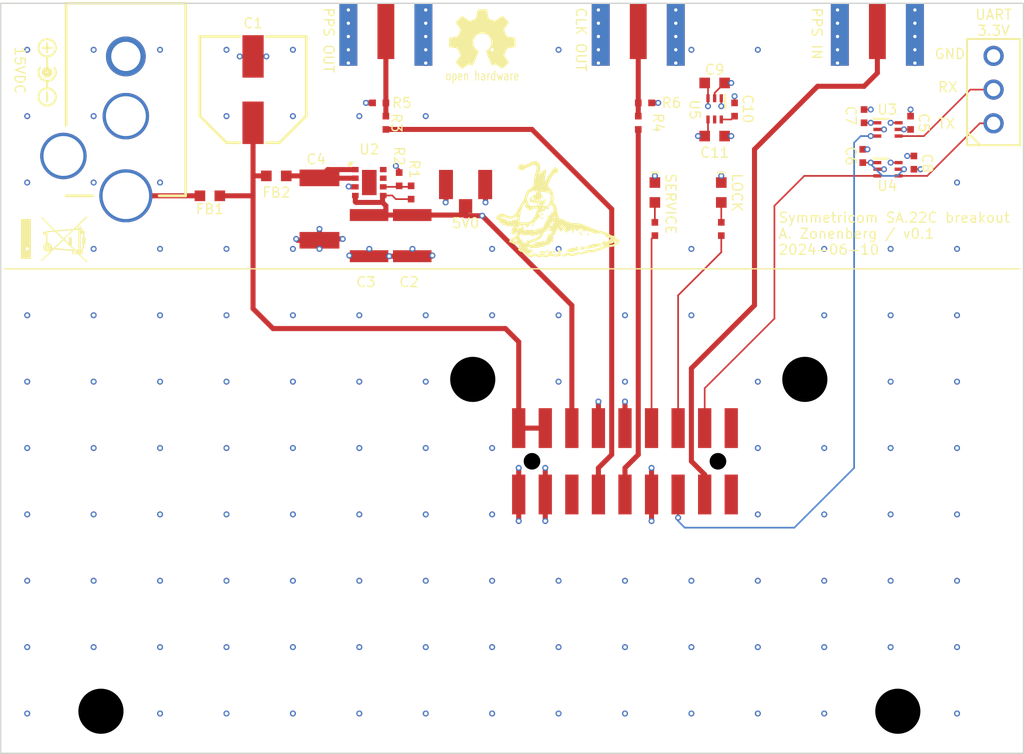
<source format=kicad_pcb>
(kicad_pcb (version 20240108) (generator "pcbnew") (generator_version "8.0")
  (layers (0 "F.Cu" signal) (1 "In1.Cu" signal) (2 "In2.Cu" signal) (31 "B.Cu" signal) (34 "B.Paste" user) (35 "F.Paste" user) (36 "B.SilkS" user "B.Silkscreen") (37 "F.SilkS" user "F.Silkscreen") (38 "B.Mask" user) (39 "F.Mask" user) (44 "Edge.Cuts" user))
  (net 0 "")
  (net 1 "/GND")
  (net 2 "/15V0")
  (net 3 "/3V3")
  (net 4 "/5V0")
  (net 5 "Net-(U5-BYP)")
  (net 6 "Net-(D1-A)")
  (net 7 "Net-(D2-A)")
  (net 8 "Net-(J1-PWR)")
  (net 10 "/CLKOUT")
  (net 11 "/PPS")
  (net 12 "/PPS_IN")
  (net 13 "/UART_RX_3V3")
  (net 14 "/UART_TX_3V3")
  (net 15 "/5V0_FB")
  (net 16 "Net-(U1-PPS)")
  (net 17 "Net-(U1-RFOUT)")
  (net 18 "/LOCK")
  (net 19 "/SERVICE")
  (net 20 "/UART_RX_5V0")
  (net 21 "/UART_TX_5V0")
  (net 26 "/15V0_F")
  (footprint "azonenberg_pcb:CONN_HEADER_2.54MM_1x3" (layer "F.Cu") (at 157.75 43 90)
    (property "Reference" "J5" (hide yes))
    (property "Value" "CONN_01X03" (hide yes))
  )
  (footprint "azonenberg_pcb:EIA_0603_CAP_NOSILK" (layer "F.Cu") (at 136.75 46.5)
    (property "Reference" "C11")
    (property "Value" "4.7 uF" (hide yes))
  )
  (footprint "azonenberg_pcb:DFN_6_0.5MM_1.6x1.6MM_TI_DPK" (layer "F.Cu") (at 136.75 44.45 180)
    (property "Reference" "U5")
    (property "Value" "MIC5353" (hide yes))
  )
  (footprint "azonenberg_pcb:EIA_0402_CAP_NOSILK" (layer "F.Cu") (at 151.5 45.5 -90)
    (property "Reference" "C5")
    (property "Value" "0.47 uF" (hide yes))
  )
  (footprint "azonenberg_pcb:EIA_0402_CAP_NOSILK" (layer "F.Cu") (at 147.9 48 90)
    (property "Reference" "C6")
    (property "Value" "0.47 uF" (hide yes))
  )
  (footprint "azonenberg_pcb:EIA_0402_RES_NOSILK" (layer "F.Cu") (at 137.25 53.5 90)
    (property "Reference" "R7" (hide yes))
    (property "Value" "470" (hide yes))
  )
  (footprint "azonenberg_pcb:EIA_0402_RES_NOSILK" (layer "F.Cu") (at 131 45.5 90)
    (property "Reference" "R4")
    (property "Value" "49.9" (hide yes))
  )
  (footprint "azonenberg_pcb:CONN_HEADER_2MM_2x9_SMT" (layer "F.Cu") (at 130 71)
    (property "Reference" "U1" (hide yes))
    (property "Value" "SA22C" (hide yes))
  )
  (footprint "azonenberg_pcb:EIA_0402_RES_NOSILK" (layer "F.Cu") (at 113.9 50.75 90)
    (property "Reference" "R1")
    (property "Value" "174k" (hide yes))
  )
  (footprint "azonenberg_pcb:EIA_0402_CAP_NOSILK" (layer "F.Cu") (at 138.25 44.5 90)
    (property "Reference" "C10")
    (property "Value" "0.47 uF" (hide yes))
  )
  (footprint "azonenberg_pcb:LONGTHING-1200DPI" (layer "F.Cu") (at 125.5 52.379721)
    (property "Reference" "M5" (hide yes))
    (property "Value" "LOGO" (hide yes))
  )
  (footprint "azonenberg_pcb:EIA_0402_RES_NOSILK" (layer "F.Cu") (at 111.5 44 180)
    (property "Reference" "R5")
    (property "Value" "DNP" (hide yes))
  )
  (footprint "azonenberg_pcb:CONN_U.FL_TE_1909763-1" (layer "F.Cu") (at 118 50.25)
    (property "Reference" "TP1" (hide yes))
    (property "Value" "U.FL" (hide yes))
  )
  (footprint "azonenberg_pcb:EIA_0402_RES_NOSILK" (layer "F.Cu") (at 112 45.499999 90)
    (property "Reference" "R3")
    (property "Value" "49.9" (hide yes))
  )
  (footprint "azonenberg_pcb:EIA_0402_RES_NOSILK" (layer "F.Cu") (at 131.5 44)
    (property "Reference" "R6")
    (property "Value" "DNP" (hide yes))
  )
  (footprint "azonenberg_pcb:EIA_1210_CAP_NOSILK" (layer "F.Cu") (at 114 54 -90)
    (property "Reference" "C2")
    (property "Value" "22 uF" (hide yes))
  )
  (footprint "azonenberg_pcb:EIA_1210_CAP_NOSILK" (layer "F.Cu") (at 110.75 54 -90)
    (property "Reference" "C3")
    (property "Value" "22 uF" (hide yes))
  )
  (footprint "azonenberg_pcb:CONN_SMA_EDGE_SAMTEC_SMA_J_P_H_ST_EM1" (layer "F.Cu") (at 131 36.5 180)
    (property "Reference" "J2" (hide yes))
    (property "Value" "SMA" (hide yes))
  )
  (footprint "azonenberg_pcb:CONN_SMA_EDGE_SAMTEC_SMA_J_P_H_ST_EM1" (layer "F.Cu") (at 112 36.5 180)
    (property "Reference" "J3" (hide yes))
    (property "Value" "SMA" (hide yes))
  )
  (footprint "azonenberg_pcb:CAP_AL_6.3MM_SMT" (layer "F.Cu") (at 102 43 180)
    (property "Reference" "C1")
    (property "Value" "25SVPF47M" (hide yes))
  )
  (footprint "azonenberg_pcb:EIA_0603_INDUCTOR_NOSILK" (layer "F.Cu") (at 103.75 49.5)
    (property "Reference" "FB2")
    (property "Value" "MI0603J601R-10" (hide yes))
  )
  (footprint "azonenberg_pcb:EIA_0603_LED" (layer "F.Cu") (at 137.25 50.75 -90)
    (property "Reference" "D1" (hide yes))
    (property "Value" "GREEN" (hide yes))
  )
  (footprint "azonenberg_pcb:DFN_6_0.5MM_1.6x1.6MM_TI_DPK" (layer "F.Cu") (at 149.8 49 -90)
    (property "Reference" "U4")
    (property "Value" "74LVC1T45" (hide yes))
  )
  (footprint "azonenberg_pcb:EIA_0402_RES_NOSILK" (layer "F.Cu") (at 113 49.75 90)
    (property "Reference" "R2")
    (property "Value" "27.4k" (hide yes))
  )
  (footprint "azonenberg_pcb:EIA_0402_CAP_NOSILK" (layer "F.Cu") (at 148 45 90)
    (property "Reference" "C7")
    (property "Value" "0.47 uF" (hide yes))
  )
  (footprint "w_logo:Logo_silk_WEEE_3.4x5mm" (layer "F.Cu") (at 87 54.25 -90)
    (property "Reference" "M7" (hide yes))
    (property "Value" "LOGO" (hide yes))
  )
  (footprint "azonenberg_pcb:DFN_6_0.5MM_1.6x1.6MM_TI_DPK" (layer "F.Cu") (at 149.8 46 -90)
    (property "Reference" "U3")
    (property "Value" "74LVC1T45" (hide yes))
  )
  (footprint "azonenberg_pcb:EIA_0402_CAP_NOSILK" (layer "F.Cu") (at 151.75 48.5 -90)
    (property "Reference" "C8")
    (property "Value" "0.47 uF" (hide yes))
  )
  (footprint "azonenberg_pcb:CONN_CUI_PJ-058BH_HIPWR_BARREL_NOSLOT" (layer "F.Cu") (at 92.425 44.500001 -90)
    (property "Reference" "J1" (hide yes))
    (property "Value" "BARREL_JACK" (hide yes))
  )
  (footprint "w_logo:Logo_silk_OSHW_6x6mm" (layer "F.Cu") (at 119.255 39.194565)
    (property "Reference" "M6" (hide yes))
    (property "Value" "LOGO" (hide yes))
  )
  (footprint "azonenberg_pcb:EIA_0603_LED" (layer "F.Cu") (at 132.25 50.75 -90)
    (property "Reference" "D2" (hide yes))
    (property "Value" "RED" (hide yes))
  )
  (footprint "azonenberg_pcb:CONN_SMA_EDGE_SAMTEC_SMA_J_P_H_ST_EM1" (layer "F.Cu") (at 149 36.5 180)
    (property "Reference" "J4" (hide yes))
    (property "Value" "SMA" (hide yes))
  )
  (footprint "azonenberg_pcb:EIA_0402_RES_NOSILK" (layer "F.Cu") (at 132.25 53.5 90)
    (property "Reference" "R8" (hide yes))
    (property "Value" "470" (hide yes))
  )
  (footprint "azonenberg_pcb:EIA_0603_CAP_NOSILK" (layer "F.Cu") (at 136.75 42.5)
    (property "Reference" "C9")
    (property "Value" "4.7 uF" (hide yes))
  )
  (footprint "azonenberg_pcb:EIA_1812_CAP_NOSILK" (layer "F.Cu") (at 107 52 -90)
    (property "Reference" "C4")
    (property "Value" "22 uF" (hide yes))
  )
  (footprint "w_logo:Logo_silk_polarity_center_5x1.4mm" (layer "F.Cu") (at 86.5 41.700001 90)
    (property "Reference" "M8" (hide yes))
    (property "Value" "LOGO" (hide yes))
  )
  (footprint "azonenberg_pcb:EIA_0603_INDUCTOR_NOSILK" (layer "F.Cu") (at 98.75 51)
    (property "Reference" "FB1")
    (property "Value" "MI0603J601R-10" (hide yes))
  )
  (footprint "azonenberg_pcb:MODULE_CYNTEC_MUN12AD03-SE" (layer "F.Cu") (at 110.75 50)
    (property "Reference" "U2")
    (property "Value" "MUN12AD03-SE" (hide yes))
  )
  (footprint "azonenberg_pcb:MECHANICAL_CLEARANCEHOLE_M3" (layer "B.Cu") (at 90.55 89.83 180)
    (property "Reference" "M1" (hide yes))
    (property "Value" "SCREWHOLE" (hide yes))
  )
  (footprint "azonenberg_pcb:MECHANICAL_CLEARANCEHOLE_M3" (layer "B.Cu") (at 143.54 64.83 135)
    (property "Reference" "M2" (hide yes))
    (property "Value" "SCREWHOLE" (hide yes))
  )
  (footprint "azonenberg_pcb:MECHANICAL_CLEARANCEHOLE_M3" (layer "B.Cu") (at 118.54 64.83 180)
    (property "Reference" "M3" (hide yes))
    (property "Value" "SCREWHOLE" (hide yes))
  )
  (footprint "azonenberg_pcb:MECHANICAL_CLEARANCEHOLE_M3" (layer "B.Cu") (at 150.54 89.83 135)
    (property "Reference" "M4" (hide yes))
    (property "Value" "SCREWHOLE" (hide yes))
  )
  (gr_line (start 83.25 56.5) (end 159.75 56.5) (stroke (width 0.1)) (layer "F.SilkS"))
  (gr_line (start 83 36.5) (end 83 93) (stroke (width 0.1)) (layer "Edge.Cuts"))
  (gr_line (start 160 36.5) (end 83 36.5) (stroke (width 0.1)) (layer "Edge.Cuts"))
  (gr_line (start 83 93) (end 160 93) (stroke (width 0.1)) (layer "Edge.Cuts"))
  (gr_line (start 160 93) (end 160 36.5) (stroke (width 0.1)) (layer "Edge.Cuts"))
  (gr_text "SERVICE" (at 133 49.25 270) (layer "F.SilkS") (effects (font (size 0.75 0.75) (thickness 0.1)) (justify left bottom)))
  (gr_text "TX" (at 153.5 46 0) (layer "F.SilkS") (effects (font (size 0.75 0.75) (thickness 0.1)) (justify left bottom)))
  (gr_text "Symmetricom SA.22C breakout\nA. Zonenberg / v0.1\n2024-06-10" (at 141.5 55.5 0) (layer "F.SilkS") (effects (font (size 0.75 0.75) (thickness 0.1)) (justify left bottom)))
  (gr_text "UART\n3.3V" (at 157.75 39 0) (layer "F.SilkS") (effects (font (size 0.75 0.75) (thickness 0.1)) (justify bottom)))
  (gr_text "LOCK" (at 138 49.25 270) (layer "F.SilkS") (effects (font (size 0.75 0.75) (thickness 0.1)) (justify left bottom)))
  (gr_text "PPS OUT" (at 107.25 36.75 270) (layer "F.SilkS") (effects (font (size 0.75 0.75) (thickness 0.1)) (justify left bottom)))
  (gr_text "RX" (at 153.5 43.25 0) (layer "F.SilkS") (effects (font (size 0.75 0.75) (thickness 0.1)) (justify left bottom)))
  (gr_text "PPS IN" (at 144 36.75 270) (layer "F.SilkS") (effects (font (size 0.75 0.75) (thickness 0.1)) (justify left bottom)))
  (gr_text "15VDC" (at 84 39.700001 -90) (layer "F.SilkS") (effects (font (size 0.75 0.75) (thickness 0.1)) (justify left bottom)))
  (gr_text "GND" (at 153.25 40.75 0) (layer "F.SilkS") (effects (font (size 0.75 0.75) (thickness 0.1)) (justify left bottom)))
  (gr_text "CLK OUT" (at 126.25 36.75 270) (layer "F.SilkS") (effects (font (size 0.75 0.75) (thickness 0.1)) (justify left bottom)))
  (gr_text "5V0" (at 118 53.5 0) (layer "F.SilkS") (effects (font (size 0.75 0.75) (thickness 0.1)) (justify bottom)))
  (segment (start 128 68.5) (end 128 66.5) (width 0.381) (layer "F.Cu") (net 1))
  (segment (start 130 68.5) (end 130 66.5) (width 0.381) (layer "F.Cu") (net 1))
  (segment (start 112.25 55.55) (end 113.985069 55.55) (width 0.381) (layer "F.Cu") (net 1))
  (segment (start 115.45 55.55) (end 115.5 55.5) (width 0.381) (layer "F.Cu") (net 1))
  (segment (start 116.525 51.475) (end 116.5 51.5) (width 0.381) (layer "F.Cu") (net 1))
  (segment (start 136.75 43.650001) (end 136.75 43.25) (width 0.125) (layer "F.Cu") (net 1))
  (segment (start 110.735069 55.55) (end 109.3 55.55) (width 0.381) (layer "F.Cu") (net 1))
  (segment (start 132 75.5) (end 132 73.5) (width 0.381) (layer "F.Cu") (net 1))
  (segment (start 132 44) (end 132.5 44) (width 0.381) (layer "F.Cu") (net 1))
  (segment (start 110.735069 55.55) (end 110.735069 55.014931) (width 0.381) (layer "F.Cu") (net 1))
  (segment (start 105.35 54.35) (end 105.25 54.25) (width 0.381) (layer "F.Cu") (net 1))
  (segment (start 111.000001 44) (end 110.5 44) (width 0.381) (layer "F.Cu") (net 1))
  (segment (start 148.499999 44.500001) (end 148.5 44.5) (width 0.125) (layer "F.Cu") (net 1))
  (segment (start 116.525 50.15) (end 116.525 51.475) (width 0.381) (layer "F.Cu") (net 1))
  (segment (start 149.000001 49) (end 149.5 49) (width 0.125) (layer "F.Cu") (net 1))
  (segment (start 113.985069 55.55) (end 115.45 55.55) (width 0.381) (layer "F.Cu") (net 1))
  (segment (start 132 73.5) (end 132 71.5) (width 0.381) (layer "F.Cu") (net 1))
  (segment (start 136.75 43.25) (end 137.5 42.5) (width 0.125) (layer "F.Cu") (net 1))
  (segment (start 107 54.35) (end 107 53.5) (width 0.381) (layer "F.Cu") (net 1))
  (segment (start 152.249999 48.999999) (end 152.25 49) (width 0.125) (layer "F.Cu") (net 1))
  (segment (start 150.599999 46) (end 151 46) (width 0.125) (layer "F.Cu") (net 1))
  (segment (start 151.5 45.999999) (end 151.000001 45.999999) (width 0.125) (layer "F.Cu") (net 1))
  (segment (start 148.249999 47.500001) (end 148.25 47.5) (width 0.125) (layer "F.Cu") (net 1))
  (segment (start 119.5 51.5) (end 119.5 50.175) (width 0.381) (layer "F.Cu") (net 1))
  (segment (start 151.000001 45.999999) (end 151 46) (width 0.125) (layer "F.Cu") (net 1))
  (segment (start 113.985069 55.55) (end 113.985069 55.014931) (width 0.381) (layer "F.Cu") (net 1))
  (segment (start 101 40.5) (end 102 40.5) (width 0.125) (layer "F.Cu") (net 1))
  (segment (start 132.25 50) (end 132.25 49.5) (width 0.125) (layer "F.Cu") (net 1))
  (segment (start 108.75 54.25) (end 107.1 54.25) (width 0.381) (layer "F.Cu") (net 1))
  (segment (start 149.000001 46) (end 149.5 46) (width 0.125) (layer "F.Cu") (net 1))
  (segment (start 109.7 50.325) (end 109.225 50.325) (width 0.381) (layer "F.Cu") (net 1))
  (segment (start 151.75 48.999999) (end 152.249999 48.999999) (width 0.125) (layer "F.Cu") (net 1))
  (segment (start 102 40.5) (end 103 40.5) (width 0.125) (layer "F.Cu") (net 1))
  (segment (start 147.9 47.500001) (end 148.249999 47.500001) (width 0.125) (layer "F.Cu") (net 1))
  (segment (start 122 73.5) (end 122 75.5) (width 0.381) (layer "F.Cu") (net 1))
  (segment (start 107 54.35) (end 105.35 54.35) (width 0.381) (layer "F.Cu") (net 1))
  (segment (start 137.5 42.5) (end 138 42.5) (width 0.125) (layer "F.Cu") (net 1))
  (segment (start 124 71.5) (end 124 73.5) (width 0.381) (layer "F.Cu") (net 1))
  (segment (start 110.735069 55.55) (end 112.25 55.55) (width 0.381) (layer "F.Cu") (net 1))
  (segment (start 107 54.35) (end 107 55) (width 0.381) (layer "F.Cu") (net 1))
  (segment (start 109.3 55.55) (end 109.25 55.5) (width 0.381) (layer "F.Cu") (net 1))
  (segment (start 110.735069 55.014931) (end 110.75 55) (width 0.381) (layer "F.Cu") (net 1))
  (segment (start 137.25 50) (end 137.25 49.5) (width 0.125) (layer "F.Cu") (net 1))
  (segment (start 113.985069 55.014931) (end 114 55) (width 0.381) (layer "F.Cu") (net 1))
  (segment (start 148 44.500001) (end 148.499999 44.500001) (width 0.125) (layer "F.Cu") (net 1))
  (segment (start 113 49.250001) (end 113 49) (width 0.125) (layer "F.Cu") (net 1))
  (segment (start 122 73.5) (end 122 71.5) (width 0.381) (layer "F.Cu") (net 1))
  (segment (start 109.225 50.325) (end 109.2 50.3) (width 0.381) (layer "F.Cu") (net 1))
  (segment (start 137.5 46.5) (end 138 46.5) (width 0.125) (layer "F.Cu") (net 1))
  (segment (start 124 75.5) (end 124 73.5) (width 0.381) (layer "F.Cu") (net 1))
  (segment (start 138.25 44.000001) (end 138.25 43.5) (width 0.125) (layer "F.Cu") (net 1))
  (segment (start 113 49) (end 112.75 48.75) (width 0.125) (layer "F.Cu") (net 1))
  (via (at 145 80) (size 0.45) (drill 0.25) (layers "F.Cu" "B.Cu") (net 1))
  (via (at 110.5 44) (size 0.45) (drill 0.25) (layers "F.Cu" "B.Cu") (net 1))
  (via (at 155 70) (size 0.45) (drill 0.25) (layers "F.Cu" "B.Cu") (net 1))
  (via (at 125 90) (size 0.45) (drill 0.25) (layers "F.Cu" "B.Cu") (net 1))
  (via (at 130 60) (size 0.45) (drill 0.25) (layers "F.Cu" "B.Cu") (net 1))
  (via (at 145 85) (size 0.45) (drill 0.25) (layers "F.Cu" "B.Cu") (net 1))
  (via (at 100 90) (size 0.45) (drill 0.25) (layers "F.Cu" "B.Cu") (net 1))
  (via (at 109.175 41) (size 0.45) (drill 0.25) (layers "F.Cu" "B.Cu") (net 1))
  (via (at 115 60) (size 0.45) (drill 0.25) (layers "F.Cu" "B.Cu") (net 1))
  (via (at 140 40) (size 0.45) (drill 0.25) (layers "F.Cu" "B.Cu") (net 1))
  (via (at 145 55) (size 0.45) (drill 0.25) (layers "F.Cu" "B.Cu") (net 1))
  (via (at 135 90) (size 0.45) (drill 0.25) (layers "F.Cu" "B.Cu") (net 1))
  (via (at 124 71.5) (size 0.45) (drill 0.25) (layers "F.Cu" "B.Cu") (net 1))
  (via (at 101 40.5) (size 0.45) (drill 0.25) (layers "F.Cu" "B.Cu") (net 1))
  (via (at 133.825 39) (size 0.45) (drill 0.25) (layers "F.Cu" "B.Cu") (net 1))
  (via (at 130 90) (size 0.45) (drill 0.25) (layers "F.Cu" "B.Cu") (net 1))
  (via (at 109.25 55.5) (size 0.45) (drill 0.25) (layers "F.Cu" "B.Cu") (net 1))
  (via (at 155 50) (size 0.45) (drill 0.25) (layers "F.Cu" "B.Cu") (net 1))
  (via (at 120 55) (size 0.45) (drill 0.25) (layers "F.Cu" "B.Cu") (net 1))
  (via (at 110 70) (size 0.45) (drill 0.25) (layers "F.Cu" "B.Cu") (net 1))
  (via (at 151.825 39) (size 0.45) (drill 0.25) (layers "F.Cu" "B.Cu") (net 1))
  (via (at 130 80) (size 0.45) (drill 0.25) (layers "F.Cu" "B.Cu") (net 1))
  (via (at 110 60) (size 0.45) (drill 0.25) (layers "F.Cu" "B.Cu") (net 1))
  (via (at 133.825 38) (size 0.45) (drill 0.25) (layers "F.Cu" "B.Cu") (net 1))
  (via (at 85 90) (size 0.45) (drill 0.25) (layers "F.Cu" "B.Cu") (net 1))
  (via (at 105.25 54.25) (size 0.45) (drill 0.25) (layers "F.Cu" "B.Cu") (net 1))
  (via (at 132.5 44) (size 0.45) (drill 0.25) (layers "F.Cu" "B.Cu") (net 1))
  (via (at 105 90) (size 0.45) (drill 0.25) (layers "F.Cu" "B.Cu") (net 1))
  (via (at 149.5 46) (size 0.45) (drill 0.25) (layers "F.Cu" "B.Cu") (net 1))
  (via (at 115 37) (size 0.45) (drill 0.25) (layers "F.Cu" "B.Cu") (net 1))
  (via (at 155 60) (size 0.45) (drill 0.25) (layers "F.Cu" "B.Cu") (net 1))
  (via (at 149.5 49) (size 0.45) (drill 0.25) (layers "F.Cu" "B.Cu") (net 1))
  (via (at 109.175 37) (size 0.45) (drill 0.25) (layers "F.Cu" "B.Cu") (net 1))
  (via (at 105 85) (size 0.45) (drill 0.25) (layers "F.Cu" "B.Cu") (net 1))
  (via (at 90 50) (size 0.45) (drill 0.25) (layers "F.Cu" "B.Cu") (net 1))
  (via (at 90 55) (size 0.45) (drill 0.25) (layers "F.Cu" "B.Cu") (net 1))
  (via (at 105 55) (size 0.45) (drill 0.25) (layers "F.Cu" "B.Cu") (net 1))
  (via (at 140 75) (size 0.45) (drill 0.25) (layers "F.Cu" "B.Cu") (net 1))
  (via (at 125 85) (size 0.45) (drill 0.25) (layers "F.Cu" "B.Cu") (net 1))
  (via (at 128 37) (size 0.45) (drill 0.25) (layers "F.Cu" "B.Cu") (net 1))
  (via (at 90 75) (size 0.45) (drill 0.25) (layers "F.Cu" "B.Cu") (net 1))
  (via (at 100 75) (size 0.45) (drill 0.25) (layers "F.Cu" "B.Cu") (net 1))
  (via (at 150 70) (size 0.45) (drill 0.25) (layers "F.Cu" "B.Cu") (net 1))
  (via (at 138 42.5) (size 0.45) (drill 0.25) (layers "F.Cu" "B.Cu") (net 1))
  (via (at 109.2 50.3) (size 0.45) (drill 0.25) (layers "F.Cu" "B.Cu") (net 1))
  (via (at 115 90) (size 0.45) (drill 0.25) (layers "F.Cu" "B.Cu") (net 1))
  (via (at 130 66.5) (size 0.45) (drill 0.25) (layers "F.Cu" "B.Cu") (net 1))
  (via (at 155 85) (size 0.45) (drill 0.25) (layers "F.Cu" "B.Cu") (net 1))
  (via (at 132 71.5) (size 0.45) (drill 0.25) (layers "F.Cu" "B.Cu") (net 1))
  (via (at 145 60) (size 0.45) (drill 0.25) (layers "F.Cu" "B.Cu") (net 1))
  (via (at 140 85) (size 0.45) (drill 0.25) (layers "F.Cu" "B.Cu") (net 1))
  (via (at 85 65) (size 0.45) (drill 0.25) (layers "F.Cu" "B.Cu") (net 1))
  (via (at 155 55) (size 0.45) (drill 0.25) (layers "F.Cu" "B.Cu") (net 1))
  (via (at 130 65) (size 0.45) (drill 0.25) (layers "F.Cu" "B.Cu") (net 1))
  (via (at 146 38) (size 0.45) (drill 0.25) (layers "F.Cu" "B.Cu") (net 1))
  (via (at 90 65) (size 0.45) (drill 0.25) (layers "F.Cu" "B.Cu") (net 1))
  (via (at 110 90) (size 0.45) (drill 0.25) (layers "F.Cu" "B.Cu") (net 1))
  (via (at 135 85) (size 0.45) (drill 0.25) (layers "F.Cu" "B.Cu") (net 1))
  (via (at 137.25 49.5) (size 0.45) (drill 0.25) (layers "F.Cu" "B.Cu") (net 1))
  (via (at 146 39) (size 0.45) (drill 0.25) (layers "F.Cu" "B.Cu") (net 1))
  (via (at 135 80) (size 0.45) (drill 0.25) (layers "F.Cu" "B.Cu") (net 1))
  (via (at 100 45) (size 0.45) (drill 0.25) (layers "F.Cu" "B.Cu") (net 1))
  (via (at 140 65) (size 0.45) (drill 0.25) (layers "F.Cu" "B.Cu") (net 1))
  (via (at 135 40) (size 0.45) (drill 0.25) (layers "F.Cu" "B.Cu") (net 1))
  (via (at 115 39) (size 0.45) (drill 0.25) (layers "F.Cu" "B.Cu") (net 1))
  (via (at 125 40) (size 0.45) (drill 0.25) (layers "F.Cu" "B.Cu") (net 1))
  (via (at 110 65) (size 0.45) (drill 0.25) (layers "F.Cu" "B.Cu") (net 1))
  (via (at 109.175 40) (size 0.45) (drill 0.25) (layers "F.Cu" "B.Cu") (net 1))
  (via (at 90 80) (size 0.45) (drill 0.25) (layers "F.Cu" "B.Cu") (net 1))
  (via (at 115.5 55.5) (size 0.45) (drill 0.25) (layers "F.Cu" "B.Cu") (net 1))
  (via (at 145 90) (size 0.45) (drill 0.25) (layers "F.Cu" "B.Cu") (net 1))
  (via (at 125 65) (size 0.45) (drill 0.25) (layers "F.Cu" "B.Cu") (net 1))
  (via (at 90 60) (size 0.45) (drill 0.25) (layers "F.Cu" "B.Cu") (net 1))
  (via (at 112.25 55.55) (size 0.45) (drill 0.25) (layers "F.Cu" "B.Cu") (net 1))
  (via (at 115 70) (size 0.45) (drill 0.25) (layers "F.Cu" "B.Cu") (net 1))
  (via (at 95 65) (size 0.45) (drill 0.25) (layers "F.Cu" "B.Cu") (net 1))
  (via (at 132 75.5) (size 0.45) (drill 0.25) (layers "F.Cu" "B.Cu") (net 1))
  (via (at 150 55) (size 0.45) (drill 0.25) (layers "F.Cu" "B.Cu") (net 1))
  (via (at 110.75 55) (size 0.45) (drill 0.25) (layers "F.Cu" "B.Cu") (net 1))
  (via (at 155 90) (size 0.45) (drill 0.25) (layers "F.Cu" "B.Cu") (net 1))
  (via (at 140 70) (size 0.45) (drill 0.25) (layers "F.Cu" "B.Cu") (net 1))
  (via (at 110 75) (size 0.45) (drill 0.25) (layers "F.Cu" "B.Cu") (net 1))
  (via (at 130 85) (size 0.45) (drill 0.25) (layers "F.Cu" "B.Cu") (net 1))
  (via (at 151.825 37) (size 0.45) (drill 0.25) (layers "F.Cu" "B.Cu") (net 1))
  (via (at 122 71.5) (size 0.45) (drill 0.25) (layers "F.Cu" "B.Cu") (net 1))
  (via (at 95 40) (size 0.45) (drill 0.25) (layers "F.Cu" "B.Cu") (net 1))
  (via (at 148.25 47.5) (size 0.45) (drill 0.25) (layers "F.Cu" "B.Cu") (net 1))
  (via (at 95 90) (size 0.45) (drill 0.25) (layers "F.Cu" "B.Cu") (net 1))
  (via (at 135 55) (size 0.45) (drill 0.25) (layers "F.Cu" "B.Cu") (net 1))
  (via (at 135 60) (size 0.45) (drill 0.25) (layers "F.Cu" "B.Cu") (net 1))
  (via (at 112.75 48.75) (size 0.45) (drill 0.25) (layers "F.Cu" "B.Cu") (net 1))
  (via (at 120 85) (size 0.45) (drill 0.25) (layers "F.Cu" "B.Cu") (net 1))
  (via (at 85 70) (size 0.45) (drill 0.25) (layers "F.Cu" "B.Cu") (net 1))
  (via (at 100 80) (size 0.45) (drill 0.25) (layers "F.Cu" "B.Cu") (net 1))
  (via (at 100 60) (size 0.45) (drill 0.25) (layers "F.Cu" "B.Cu") (net 1))
  (via (at 140 80) (size 0.45) (drill 0.25) (layers "F.Cu" "B.Cu") (net 1))
  (via (at 152.25 49) (size 0.45) (drill 0.25) (layers "F.Cu" "B.Cu") (net 1))
  (via (at 120 60) (size 0.45) (drill 0.25) (layers "F.Cu" "B.Cu") (net 1))
  (via (at 90 85) (size 0.45) (drill 0.25) (layers "F.Cu" "B.Cu") (net 1))
  (via (at 100 65) (size 0.45) (drill 0.25) (layers "F.Cu" "B.Cu") (net 1))
  (via (at 95 55) (size 0.45) (drill 0.25) (layers "F.Cu" "B.Cu") (net 1))
  (via (at 125 80) (size 0.45) (drill 0.25) (layers "F.Cu" "B.Cu") (net 1))
  (via (at 100 55) (size 0.45) (drill 0.25) (layers "F.Cu" "B.Cu") (net 1))
  (via (at 107 53.5) (size 0.45) (drill 0.25) (layers "F.Cu" "B.Cu") (net 1))
  (via (at 105 65) (size 0.45) (drill 0.25) (layers "F.Cu" "B.Cu") (net 1))
  (via (at 105 45) (size 0.45) (drill 0.25) (layers "F.Cu" "B.Cu") (net 1))
  (via (at 119.5 51.5) (size 0.45) (drill 0.25) (layers "F.Cu" "B.Cu") (net 1))
  (via (at 120 80) (size 0.45) (drill 0.25) (layers "F.Cu" "B.Cu") (net 1))
  (via (at 115 80) (size 0.45) (drill 0.25) (layers "F.Cu" "B.Cu") (net 1))
  (via (at 95 75) (size 0.45) (drill 0.25) (layers "F.Cu" "B.Cu") (net 1))
  (via (at 110 80) (size 0.45) (drill 0.25) (layers "F.Cu" "B.Cu") (net 1))
  (via (at 133.825 41) (size 0.45) (drill 0.25) (layers "F.Cu" "B.Cu") (net 1))
  (via (at 148.5 44.5) (size 0.45) (drill 0.25) (layers "F.Cu" "B.Cu") (net 1))
  (via (at 120 75) (size 0.45) (drill 0.25) (layers "F.Cu" "B.Cu") (net 1))
  (via (at 128 38) (size 0.45) (drill 0.25) (layers "F.Cu" "B.Cu") (net 1))
  (via (at 120 90) (size 0.45) (drill 0.25) (layers "F.Cu" "B.Cu") (net 1))
  (via (at 90 70) (size 0.45) (drill 0.25) (layers "F.Cu" "B.Cu") (net 1))
  (via (at 115 45) (size 0.45) (drill 0.25) (layers "F.Cu" "B.Cu") (net 1))
  (via (at 109.175 39) (size 0.45) (drill 0.25) (layers "F.Cu" "B.Cu") (net 1))
  (via (at 125 60) (size 0.45) (drill 0.25) (layers "F.Cu" "B.Cu") (net 1))
  (via (at 95 70) (size 0.45) (drill 0.25) (layers "F.Cu" "B.Cu") (net 1))
  (via (at 150 85) (size 0.45) (drill 0.25) (layers "F.Cu" "B.Cu") (net 1))
  (via (at 95 50) (size 0.45) (drill 0.25) (layers "F.Cu" "B.Cu") (net 1))
  (via (at 85 55) (size 0.45) (drill 0.25) (layers "F.Cu" "B.Cu") (net 1))
  (via (at 115 85) (size 0.45) (drill 0.25) (layers "F.Cu" "B.Cu") (net 1))
  (via (at 95 60) (size 0.45) (drill 0.25) (layers "F.Cu" "B.Cu") (net 1))
  (via (at 138.25 43.5) (size 0.45) (drill 0.25) (layers "F.Cu" "B.Cu") (net 1))
  (via (at 145 70) (size 0.45) (drill 0.25) (layers "F.Cu" "B.Cu") (net 1))
  (via (at 105 75) (size 0.45) (drill 0.25) (layers "F.Cu" "B.Cu") (net 1))
  (via (at 155 65) (size 0.45) (drill 0.25) (layers "F.Cu" "B.Cu") (net 1))
  (via (at 125 55) (size 0.45) (drill 0.25) (layers "F.Cu" "B.Cu") (net 1))
  (via (at 115 40) (size 0.45) (drill 0.25) (layers "F.Cu" "B.Cu") (net 1))
  (via (at 85 40) (size 0.45) (drill 0.25) (layers "F.Cu" "B.Cu") (net 1))
  (via (at 90 40) (size 0.45) (drill 0.25) (layers "F.Cu" "B.Cu") (net 1))
  (via (at 115 65) (size 0.45) (drill 0.25) (layers "F.Cu" "B.Cu") (net 1))
  (via (at 114 55) (size 0.45) (drill 0.25) (layers "F.Cu" "B.Cu") (net 1))
  (via (at 100 40) (size 0.45) (drill 0.25) (layers "F.Cu" "B.Cu") (net 1))
  (via (at 133.825 37) (size 0.45) (drill 0.25) (layers "F.Cu" "B.Cu") (net 1))
  (via (at 155 75) (size 0.45) (drill 0.25) (layers "F.Cu" "B.Cu") (net 1))
  (via (at 140 90) (size 0.45) (drill 0.25) (layers "F.Cu" "B.Cu") (net 1))
  (via (at 151.825 41) (size 0.45) (drill 0.25) (layers "F.Cu" "B.Cu") (net 1))
  (via (at 128 39) (size 0.45) (drill 0.25) (layers "F.Cu" "B.Cu") (net 1))
  (via (at 150 75) (size 0.45) (drill 0.25) (layers "F.Cu" "B.Cu") (net 1))
  (via (at 120 40) (size 0.45) (drill 0.25) (layers "F.Cu" "B.Cu") (net 1))
  (via (at 128 40) (size 0.45) (drill 0.25) (layers "F.Cu" "B.Cu") (net 1))
  (via (at 110 45) (size 0.45) (drill 0.25) (layers "F.Cu" "B.Cu") (net 1))
  (via (at 95 85) (size 0.45) (drill 0.25) (layers "F.Cu" "B.Cu") (net 1))
  (via (at 85 45) (size 0.45) (drill 0.25) (layers "F.Cu" "B.Cu") (net 1))
  (via (at 85 85) (size 0.45) (drill 0.25) (layers "F.Cu" "B.Cu") (net 1))
  (via (at 151 46) (size 0.45) (drill 0.25) (layers "F.Cu" "B.Cu") (net 1))
  (via (at 146 40) (size 0.45) (drill 0.25) (layers "F.Cu" "B.Cu") (net 1))
  (via (at 128 66.5) (size 0.45) (drill 0.25) (layers "F.Cu" "B.Cu") (net 1))
  (via (at 138 46.5) (size 0.45) (drill 0.25) (layers "F.Cu" "B.Cu") (net 1))
  (via (at 103 40.5) (size 0.45) (drill 0.25) (layers "F.Cu" "B.Cu") (net 1))
  (via (at 107 55) (size 0.45) (drill 0.25) (layers "F.Cu" "B.Cu") (net 1))
  (via (at 150 60) (size 0.45) (drill 0.25) (layers "F.Cu" "B.Cu") (net 1))
  (via (at 151.825 40) (size 0.45) (drill 0.25) (layers "F.Cu" "B.Cu") (net 1))
  (via (at 105 80) (size 0.45) (drill 0.25) (layers "F.Cu" "B.Cu") (net 1))
  (via (at 146 37) (size 0.45) (drill 0.25) (layers "F.Cu" "B.Cu") (net 1))
  (via (at 150 80) (size 0.45) (drill 0.25) (layers "F.Cu" "B.Cu") (net 1))
  (via (at 116.5 51.5) (size 0.45) (drill 0.25) (layers "F.Cu" "B.Cu") (net 1))
  (via (at 128 41) (size 0.45) (drill 0.25) (layers "F.Cu" "B.Cu") (net 1))
  (via (at 133.825 40) (size 0.45) (drill 0.25) (layers "F.Cu" "B.Cu") (net 1))
  (via (at 155 80) (size 0.45) (drill 0.25) (layers "F.Cu" "B.Cu") (net 1))
  (via (at 115 75) (size 0.45) (drill 0.25) (layers "F.Cu" "B.Cu") (net 1))
  (via (at 108.75 54.25) (size 0.45) (drill 0.25) (layers "F.Cu" "B.Cu") (net 1))
  (via (at 150 65) (size 0.45) (drill 0.25) (layers "F.Cu" "B.Cu") (net 1))
  (via (at 90 45) (size 0.45) (drill 0.25) (layers "F.Cu" "B.Cu") (net 1))
  (via (at 115 41) (size 0.45) (drill 0.25) (layers "F.Cu" "B.Cu") (net 1))
  (via (at 105 60) (size 0.45) (drill 0.25) (layers "F.Cu" "B.Cu") (net 1))
  (via (at 105 70) (size 0.45) (drill 0.25) (layers "F.Cu" "B.Cu") (net 1))
  (via (at 95 80) (size 0.45) (drill 0.25) (layers "F.Cu" "B.Cu") (net 1))
  (via (at 120 70) (size 0.45) (drill 0.25) (layers "F.Cu" "B.Cu") (net 1))
  (via (at 122 75.5) (size 0.45) (drill 0.25) (layers "F.Cu" "B.Cu") (net 1))
  (via (at 85 50) (size 0.45) (drill 0.25) (layers "F.Cu" "B.Cu") (net 1))
  (via (at 145 75) (size 0.45) (drill 0.25) (layers "F.Cu" "B.Cu") (net 1))
  (via (at 151.825 38) (size 0.45) (drill 0.25) (layers "F.Cu" "B.Cu") (net 1))
  (via (at 110 85) (size 0.45) (drill 0.25) (layers "F.Cu" "B.Cu") (net 1))
  (via (at 105 40) (size 0.45) (drill 0.25) (layers "F.Cu" "B.Cu") (net 1))
  (via (at 100 85) (size 0.45) (drill 0.25) (layers "F.Cu" "B.Cu") (net 1))
  (via (at 85 80) (size 0.45) (drill 0.25) (layers "F.Cu" "B.Cu") (net 1))
  (via (at 109.175 38) (size 0.45) (drill 0.25) (layers "F.Cu" "B.Cu") (net 1))
  (via (at 132.25 49.5) (size 0.45) (drill 0.25) (layers "F.Cu" "B.Cu") (net 1))
  (via (at 115 38) (size 0.45) (drill 0.25) (layers "F.Cu" "B.Cu") (net 1))
  (via (at 85 75) (size 0.45) (drill 0.25) (layers "F.Cu" "B.Cu") (net 1))
  (via (at 100 70) (size 0.45) (drill 0.25) (layers "F.Cu" "B.Cu") (net 1))
  (via (at 146 41) (size 0.45) (drill 0.25) (layers "F.Cu" "B.Cu") (net 1))
  (via (at 85 60) (size 0.45) (drill 0.25) (layers "F.Cu" "B.Cu") (net 1))
  (via (at 124 75.5) (size 0.45) (drill 0.25) (layers "F.Cu" "B.Cu") (net 1))
  (segment (start 102 49.5) (end 102 51) (width 0.381) (layer "F.Cu") (net 2))
  (segment (start 124 68.5) (end 122 68.5) (width 0.381) (layer "F.Cu") (net 2))
  (segment (start 103.5 61) (end 121 61) (width 0.381) (layer "F.Cu") (net 2))
  (segment (start 103.5 61) (end 102 59.5) (width 0.381) (layer "F.Cu") (net 2))
  (segment (start 99.5 51) (end 102 51) (width 0.381) (layer "F.Cu") (net 2))
  (segment (start 121 61) (end 122 62) (width 0.381) (layer "F.Cu") (net 2))
  (segment (start 102 51) (end 102 59.5) (width 0.381) (layer "F.Cu") (net 2))
  (segment (start 102 49.5) (end 102 45.5) (width 0.381) (layer "F.Cu") (net 2))
  (segment (start 103 49.5) (end 102 49.5) (width 0.381) (layer "F.Cu") (net 2))
  (segment (start 122 62) (end 122 68.5) (width 0.381) (layer "F.Cu") (net 2))
  (segment (start 151.5 45.000001) (end 151.5 44.5) (width 0.125) (layer "F.Cu") (net 3))
  (segment (start 150.6 48.5) (end 150 48.5) (width 0.125) (layer "F.Cu") (net 3))
  (segment (start 136.25 45.25) (end 136.25 46.25) (width 0.125) (layer "F.Cu") (net 3))
  (segment (start 151.75 48.000001) (end 151.250001 48.000001) (width 0.125) (layer "F.Cu") (net 3))
  (segment (start 136 46.5) (end 135.5 46.5) (width 0.125) (layer "F.Cu") (net 3))
  (segment (start 151.250001 48.000001) (end 151.25 48) (width 0.125) (layer "F.Cu") (net 3))
  (segment (start 150.6 45.5) (end 150 45.5) (width 0.125) (layer "F.Cu") (net 3))
  (via (at 151.25 48) (size 0.45) (drill 0.25) (layers "F.Cu" "B.Cu") (net 3))
  (via (at 150 48.5) (size 0.45) (drill 0.25) (layers "F.Cu" "B.Cu") (net 3))
  (via (at 151.5 44.5) (size 0.45) (drill 0.25) (layers "F.Cu" "B.Cu") (net 3))
  (via (at 150 45.5) (size 0.45) (drill 0.25) (layers "F.Cu" "B.Cu") (net 3))
  (via (at 135.5 46.5) (size 0.45) (drill 0.25) (layers "F.Cu" "B.Cu") (net 3))
  (segment (start 149 45.5) (end 148.5 45.5) (width 0.125) (layer "F.Cu") (net 4))
  (segment (start 113.75 51.249999) (end 112.749999 51.249999) (width 0.125) (layer "F.Cu") (net 4))
  (segment (start 119.25 52.5) (end 126 59.25) (width 0.381) (layer "F.Cu") (net 4))
  (segment (start 148.5 48.5) (end 147.900001 48.5) (width 0.125) (layer "F.Cu") (net 4))
  (segment (start 111.75 51.025) (end 111.8 50.975) (width 0.381) (layer "F.Cu") (net 4))
  (segment (start 109.7 50.975) (end 109.7 51.45) (width 0.381) (layer "F.Cu") (net 4))
  (segment (start 149 48.5) (end 148.5 48.5) (width 0.125) (layer "F.Cu") (net 4))
  (segment (start 148.5 45.5) (end 148.000001 45.5) (width 0.125) (layer "F.Cu") (net 4))
  (segment (start 118 51.775) (end 118 52.5) (width 0.381) (layer "F.Cu") (net 4))
  (segment (start 150.599999 49) (end 151 49) (width 0.125) (layer "F.Cu") (net 4))
  (segment (start 136.25 43.65) (end 136.25 42.75) (width 0.125) (layer "F.Cu") (net 4))
  (segment (start 126 59.25) (end 126 68.5) (width 0.381) (layer "F.Cu") (net 4))
  (segment (start 118 52.5) (end 117.95 52.45) (width 0.381) (layer "F.Cu") (net 4))
  (segment (start 112 51.75) (end 112 52.5) (width 0.381) (layer "F.Cu") (net 4))
  (segment (start 111.75 51.5) (end 112 51.75) (width 0.381) (layer "F.Cu") (net 4))
  (segment (start 117.95 52.45) (end 110.735069 52.45) (width 0.381) (layer "F.Cu") (net 4))
  (segment (start 112.475 50.975) (end 111.8 50.975) (width 0.125) (layer "F.Cu") (net 4))
  (segment (start 136.25 43.65) (end 136.25 44.25) (width 0.125) (layer "F.Cu") (net 4))
  (segment (start 109.7 51.45) (end 109.75 51.5) (width 0.381) (layer "F.Cu") (net 4))
  (segment (start 109.75 51.5) (end 111.75 51.5) (width 0.381) (layer "F.Cu") (net 4))
  (segment (start 112.749999 51.249999) (end 112.475 50.975) (width 0.125) (layer "F.Cu") (net 4))
  (segment (start 137.25 43.65) (end 137.25 44.25) (width 0.125) (layer "F.Cu") (net 4))
  (segment (start 111.75 51.5) (end 111.75 51.025) (width 0.381) (layer "F.Cu") (net 4))
  (segment (start 118 52.5) (end 119.25 52.5) (width 0.381) (layer "F.Cu") (net 4))
  (via (at 137.25 44.25) (size 0.45) (drill 0.25) (layers "F.Cu" "B.Cu") (net 4))
  (via (at 148.5 45.5) (size 0.45) (drill 0.25) (layers "F.Cu" "B.Cu") (net 4))
  (via (at 119.25 52.5) (size 0.45) (drill 0.25) (layers "F.Cu" "B.Cu") (net 4))
  (via (at 148.5 48.5) (size 0.45) (drill 0.25) (layers "F.Cu" "B.Cu") (net 4))
  (via (at 136.25 44.25) (size 0.45) (drill 0.25) (layers "F.Cu" "B.Cu") (net 4))
  (via (at 151 49) (size 0.45) (drill 0.25) (layers "F.Cu" "B.Cu") (net 4))
  (segment (start 149.381281 49.5) (end 148.5 48.618719) (width 0.125) (layer "B.Cu") (net 4))
  (segment (start 150.5 49.5) (end 149.381281 49.5) (width 0.125) (layer "B.Cu") (net 4))
  (segment (start 148.5 48.618719) (end 148.5 48.5) (width 0.125) (layer "B.Cu") (net 4))
  (segment (start 151 49) (end 150.5 49.5) (width 0.125) (layer "B.Cu") (net 4))
  (segment (start 137.25 45.25) (end 137.999999 45.25) (width 0.125) (layer "F.Cu") (net 5))
  (segment (start 137.999999 45.25) (end 138.25 44.999999) (width 0.125) (layer "F.Cu") (net 5))
  (segment (start 137.25 51.5) (end 137.25 53.000001) (width 0.125) (layer "F.Cu") (net 6))
  (segment (start 132.25 51.5) (end 132.25 53.000001) (width 0.125) (layer "F.Cu") (net 7))
  (segment (start 92.425 51.000001) (end 97.999999 51.000001) (width 0.381) (layer "F.Cu") (net 8))
  (segment (start 131 38.6) (end 131 44) (width 0.381) (layer "F.Cu") (net 10))
  (segment (start 131 44) (end 131 45.000001) (width 0.381) (layer "F.Cu") (net 10))
  (segment (start 112 38.6) (end 112 43.999999) (width 0.381) (layer "F.Cu") (net 11))
  (segment (start 111.999999 44) (end 111.999999 44.999999) (width 0.381) (layer "F.Cu") (net 11))
  (segment (start 139.75 59.25) (end 139.75 47.5) (width 0.381) (layer "F.Cu") (net 12))
  (segment (start 148 42.75) (end 149 41.75) (width 0.381) (layer "F.Cu") (net 12))
  (segment (start 136 73.5) (end 136 72) (width 0.381) (layer "F.Cu") (net 12))
  (segment (start 136 72) (end 135 71) (width 0.381) (layer "F.Cu") (net 12))
  (segment (start 149 41.75) (end 149 38.6) (width 0.381) (layer "F.Cu") (net 12))
  (segment (start 135 64) (end 139.75 59.25) (width 0.381) (layer "F.Cu") (net 12))
  (segment (start 139.75 47.5) (end 144.5 42.75) (width 0.381) (layer "F.Cu") (net 12))
  (segment (start 135 71) (end 135 64) (width 0.381) (layer "F.Cu") (net 12))
  (segment (start 144.5 42.75) (end 148 42.75) (width 0.381) (layer "F.Cu") (net 12))
  (segment (start 150.6 46.5) (end 152.5 46.5) (width 0.125) (layer "F.Cu") (net 13))
  (segment (start 156 43) (end 157.75 43) (width 0.125) (layer "F.Cu") (net 13))
  (segment (start 152.5 46.5) (end 156 43) (width 0.125) (layer "F.Cu") (net 13))
  (segment (start 156.71 45.54) (end 152.75 49.5) (width 0.125) (layer "F.Cu") (net 14))
  (segment (start 157.75 45.54) (end 156.71 45.54) (width 0.125) (layer "F.Cu") (net 14))
  (segment (start 152.75 49.5) (end 150.6 49.5) (width 0.125) (layer "F.Cu") (net 14))
  (segment (start 111.8 50.325) (end 113.675001 50.325) (width 0.125) (layer "F.Cu") (net 15))
  (segment (start 112 45.999998) (end 122.999998 45.999998) (width 0.381) (layer "F.Cu") (net 16))
  (segment (start 129 70.5) (end 128 71.5) (width 0.381) (layer "F.Cu") (net 16))
  (segment (start 122.999998 45.999998) (end 129 52) (width 0.381) (layer "F.Cu") (net 16))
  (segment (start 128 71.5) (end 128 73.5) (width 0.381) (layer "F.Cu") (net 16))
  (segment (start 129 52) (end 129 70.5) (width 0.381) (layer "F.Cu") (net 16))
  (segment (start 131 70.5) (end 130 71.5) (width 0.381) (layer "F.Cu") (net 17))
  (segment (start 131 45.999999) (end 131 70.5) (width 0.381) (layer "F.Cu") (net 17))
  (segment (start 130 71.5) (end 130 73.5) (width 0.381) (layer "F.Cu") (net 17))
  (segment (start 134 58.5) (end 137.25 55.25) (width 0.125) (layer "F.Cu") (net 18))
  (segment (start 137.25 55.25) (end 137.25 53.999999) (width 0.125) (layer "F.Cu") (net 18))
  (segment (start 134 68.5) (end 134 58.5) (width 0.125) (layer "F.Cu") (net 18))
  (segment (start 132 68.5) (end 132 54.249999) (width 0.125) (layer "F.Cu") (net 19))
  (segment (start 132 54.249999) (end 132.25 53.999999) (width 0.125) (layer "F.Cu") (net 19))
  (segment (start 134 75.25) (end 134 73.5) (width 0.125) (layer "F.Cu") (net 20))
  (segment (start 149 46.5) (end 148.5 46.5) (width 0.125) (layer "F.Cu") (net 20))
  (via (at 148.5 46.5) (size 0.45) (drill 0.25) (layers "F.Cu" "B.Cu") (net 20))
  (via (at 134 75.25) (size 0.45) (drill 0.25) (layers "F.Cu" "B.Cu") (net 20))
  (segment (start 134 75.5) (end 134 75.25) (width 0.125) (layer "B.Cu") (net 20))
  (segment (start 142.75 76) (end 134.5 76) (width 0.125) (layer "B.Cu") (net 20))
  (segment (start 134.5 76) (end 134 75.5) (width 0.125) (layer "B.Cu") (net 20))
  (segment (start 147.75 46.5) (end 147.25 47) (width 0.125) (layer "B.Cu") (net 20))
  (segment (start 147.25 71.5) (end 142.75 76) (width 0.125) (layer "B.Cu") (net 20))
  (segment (start 148.5 46.5) (end 147.75 46.5) (width 0.125) (layer "B.Cu") (net 20))
  (segment (start 147.25 47) (end 147.25 71.5) (width 0.125) (layer "B.Cu") (net 20))
  (segment (start 141.25 60.25) (end 136 65.5) (width 0.125) (layer "F.Cu") (net 21))
  (segment (start 141.25 51.75) (end 141.25 60.25) (width 0.125) (layer "F.Cu") (net 21))
  (segment (start 136 65.5) (end 136 68.5) (width 0.125) (layer "F.Cu") (net 21))
  (segment (start 149 49.5) (end 143.5 49.5) (width 0.125) (layer "F.Cu") (net 21))
  (segment (start 143.5 49.5) (end 141.25 51.75) (width 0.125) (layer "F.Cu") (net 21))
  (segment (start 104.5 49.5) (end 106.85 49.5) (width 0.381) (layer "F.Cu") (net 26))
  (segment (start 107.625 49.025) (end 107 49.65) (width 0.381) (layer "F.Cu") (net 26))
  (segment (start 109.7 49.675) (end 107.025 49.675) (width 0.381) (layer "F.Cu") (net 26))
  (segment (start 109.7 49.025) (end 107.625 49.025) (width 0.381) (layer "F.Cu") (net 26))
)
</source>
